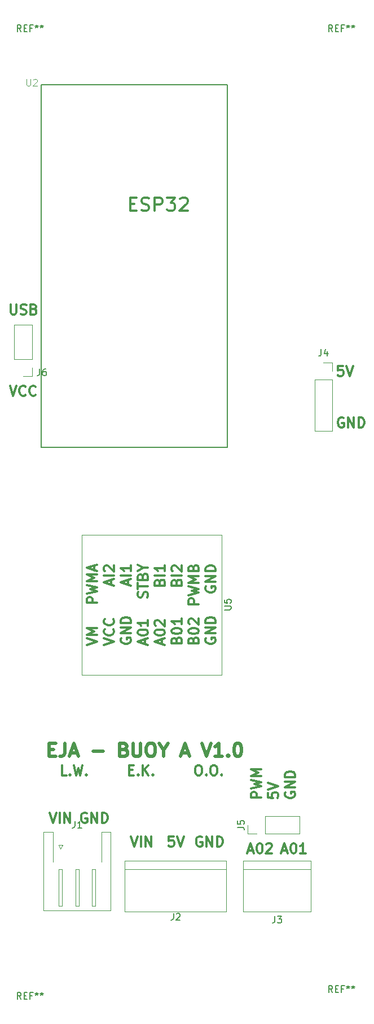
<source format=gto>
G04 #@! TF.GenerationSoftware,KiCad,Pcbnew,5.1.6-c6e7f7d~87~ubuntu20.04.1*
G04 #@! TF.CreationDate,2020-08-06T14:16:39-04:00*
G04 #@! TF.ProjectId,Buoy_WithGSM,42756f79-5f57-4697-9468-47534d2e6b69,Leonardo Ward*
G04 #@! TF.SameCoordinates,Original*
G04 #@! TF.FileFunction,Legend,Top*
G04 #@! TF.FilePolarity,Positive*
%FSLAX46Y46*%
G04 Gerber Fmt 4.6, Leading zero omitted, Abs format (unit mm)*
G04 Created by KiCad (PCBNEW 5.1.6-c6e7f7d~87~ubuntu20.04.1) date 2020-08-06 14:16:39*
%MOMM*%
%LPD*%
G01*
G04 APERTURE LIST*
%ADD10C,0.300000*%
%ADD11C,0.500000*%
%ADD12C,0.127000*%
%ADD13C,0.120000*%
%ADD14C,0.150000*%
%ADD15C,0.015000*%
G04 APERTURE END LIST*
D10*
X154882885Y-83354171D02*
X154168600Y-83354171D01*
X154097171Y-84068457D01*
X154168600Y-83997028D01*
X154311457Y-83925600D01*
X154668600Y-83925600D01*
X154811457Y-83997028D01*
X154882885Y-84068457D01*
X154954314Y-84211314D01*
X154954314Y-84568457D01*
X154882885Y-84711314D01*
X154811457Y-84782742D01*
X154668600Y-84854171D01*
X154311457Y-84854171D01*
X154168600Y-84782742D01*
X154097171Y-84711314D01*
X155382885Y-83354171D02*
X155882885Y-84854171D01*
X156382885Y-83354171D01*
X154965542Y-91147200D02*
X154822685Y-91075771D01*
X154608400Y-91075771D01*
X154394114Y-91147200D01*
X154251257Y-91290057D01*
X154179828Y-91432914D01*
X154108400Y-91718628D01*
X154108400Y-91932914D01*
X154179828Y-92218628D01*
X154251257Y-92361485D01*
X154394114Y-92504342D01*
X154608400Y-92575771D01*
X154751257Y-92575771D01*
X154965542Y-92504342D01*
X155036971Y-92432914D01*
X155036971Y-91932914D01*
X154751257Y-91932914D01*
X155679828Y-92575771D02*
X155679828Y-91075771D01*
X156536971Y-92575771D01*
X156536971Y-91075771D01*
X157251257Y-92575771D02*
X157251257Y-91075771D01*
X157608400Y-91075771D01*
X157822685Y-91147200D01*
X157965542Y-91290057D01*
X158036971Y-91432914D01*
X158108400Y-91718628D01*
X158108400Y-91932914D01*
X158036971Y-92218628D01*
X157965542Y-92361485D01*
X157822685Y-92504342D01*
X157608400Y-92575771D01*
X157251257Y-92575771D01*
X113438600Y-144721971D02*
X112724314Y-144721971D01*
X112724314Y-143221971D01*
X113938600Y-144579114D02*
X114010028Y-144650542D01*
X113938600Y-144721971D01*
X113867171Y-144650542D01*
X113938600Y-144579114D01*
X113938600Y-144721971D01*
X114510028Y-143221971D02*
X114867171Y-144721971D01*
X115152885Y-143650542D01*
X115438600Y-144721971D01*
X115795742Y-143221971D01*
X116367171Y-144579114D02*
X116438600Y-144650542D01*
X116367171Y-144721971D01*
X116295742Y-144650542D01*
X116367171Y-144579114D01*
X116367171Y-144721971D01*
X122795742Y-143936257D02*
X123295742Y-143936257D01*
X123510028Y-144721971D02*
X122795742Y-144721971D01*
X122795742Y-143221971D01*
X123510028Y-143221971D01*
X124152885Y-144579114D02*
X124224314Y-144650542D01*
X124152885Y-144721971D01*
X124081457Y-144650542D01*
X124152885Y-144579114D01*
X124152885Y-144721971D01*
X124867171Y-144721971D02*
X124867171Y-143221971D01*
X125724314Y-144721971D02*
X125081457Y-143864828D01*
X125724314Y-143221971D02*
X124867171Y-144079114D01*
X126367171Y-144579114D02*
X126438600Y-144650542D01*
X126367171Y-144721971D01*
X126295742Y-144650542D01*
X126367171Y-144579114D01*
X126367171Y-144721971D01*
X133081457Y-143221971D02*
X133367171Y-143221971D01*
X133510028Y-143293400D01*
X133652885Y-143436257D01*
X133724314Y-143721971D01*
X133724314Y-144221971D01*
X133652885Y-144507685D01*
X133510028Y-144650542D01*
X133367171Y-144721971D01*
X133081457Y-144721971D01*
X132938600Y-144650542D01*
X132795742Y-144507685D01*
X132724314Y-144221971D01*
X132724314Y-143721971D01*
X132795742Y-143436257D01*
X132938600Y-143293400D01*
X133081457Y-143221971D01*
X134367171Y-144579114D02*
X134438600Y-144650542D01*
X134367171Y-144721971D01*
X134295742Y-144650542D01*
X134367171Y-144579114D01*
X134367171Y-144721971D01*
X135367171Y-143221971D02*
X135652885Y-143221971D01*
X135795742Y-143293400D01*
X135938600Y-143436257D01*
X136010028Y-143721971D01*
X136010028Y-144221971D01*
X135938600Y-144507685D01*
X135795742Y-144650542D01*
X135652885Y-144721971D01*
X135367171Y-144721971D01*
X135224314Y-144650542D01*
X135081457Y-144507685D01*
X135010028Y-144221971D01*
X135010028Y-143721971D01*
X135081457Y-143436257D01*
X135224314Y-143293400D01*
X135367171Y-143221971D01*
X136652885Y-144579114D02*
X136724314Y-144650542D01*
X136652885Y-144721971D01*
X136581457Y-144650542D01*
X136652885Y-144579114D01*
X136652885Y-144721971D01*
D11*
X110815647Y-140852542D02*
X111482314Y-140852542D01*
X111768028Y-141900161D02*
X110815647Y-141900161D01*
X110815647Y-139900161D01*
X111768028Y-139900161D01*
X113196599Y-139900161D02*
X113196599Y-141328733D01*
X113101361Y-141614447D01*
X112910885Y-141804923D01*
X112625171Y-141900161D01*
X112434695Y-141900161D01*
X114053742Y-141328733D02*
X115006123Y-141328733D01*
X113863266Y-141900161D02*
X114529933Y-139900161D01*
X115196599Y-141900161D01*
X117387076Y-141138257D02*
X118910885Y-141138257D01*
X122053742Y-140852542D02*
X122339457Y-140947780D01*
X122434695Y-141043019D01*
X122529933Y-141233495D01*
X122529933Y-141519209D01*
X122434695Y-141709685D01*
X122339457Y-141804923D01*
X122148980Y-141900161D01*
X121387076Y-141900161D01*
X121387076Y-139900161D01*
X122053742Y-139900161D01*
X122244219Y-139995400D01*
X122339457Y-140090638D01*
X122434695Y-140281114D01*
X122434695Y-140471590D01*
X122339457Y-140662066D01*
X122244219Y-140757304D01*
X122053742Y-140852542D01*
X121387076Y-140852542D01*
X123387076Y-139900161D02*
X123387076Y-141519209D01*
X123482314Y-141709685D01*
X123577552Y-141804923D01*
X123768028Y-141900161D01*
X124148980Y-141900161D01*
X124339457Y-141804923D01*
X124434695Y-141709685D01*
X124529933Y-141519209D01*
X124529933Y-139900161D01*
X125863266Y-139900161D02*
X126244219Y-139900161D01*
X126434695Y-139995400D01*
X126625171Y-140185876D01*
X126720409Y-140566828D01*
X126720409Y-141233495D01*
X126625171Y-141614447D01*
X126434695Y-141804923D01*
X126244219Y-141900161D01*
X125863266Y-141900161D01*
X125672790Y-141804923D01*
X125482314Y-141614447D01*
X125387076Y-141233495D01*
X125387076Y-140566828D01*
X125482314Y-140185876D01*
X125672790Y-139995400D01*
X125863266Y-139900161D01*
X127958504Y-140947780D02*
X127958504Y-141900161D01*
X127291838Y-139900161D02*
X127958504Y-140947780D01*
X128625171Y-139900161D01*
X130720409Y-141328733D02*
X131672790Y-141328733D01*
X130529933Y-141900161D02*
X131196599Y-139900161D01*
X131863266Y-141900161D01*
X133768028Y-139900161D02*
X134434695Y-141900161D01*
X135101361Y-139900161D01*
X136815647Y-141900161D02*
X135672790Y-141900161D01*
X136244219Y-141900161D02*
X136244219Y-139900161D01*
X136053742Y-140185876D01*
X135863266Y-140376352D01*
X135672790Y-140471590D01*
X137672790Y-141709685D02*
X137768028Y-141804923D01*
X137672790Y-141900161D01*
X137577552Y-141804923D01*
X137672790Y-141709685D01*
X137672790Y-141900161D01*
X139006123Y-139900161D02*
X139196599Y-139900161D01*
X139387076Y-139995400D01*
X139482314Y-140090638D01*
X139577552Y-140281114D01*
X139672790Y-140662066D01*
X139672790Y-141138257D01*
X139577552Y-141519209D01*
X139482314Y-141709685D01*
X139387076Y-141804923D01*
X139196599Y-141900161D01*
X139006123Y-141900161D01*
X138815647Y-141804923D01*
X138720409Y-141709685D01*
X138625171Y-141519209D01*
X138529933Y-141138257D01*
X138529933Y-140662066D01*
X138625171Y-140281114D01*
X138720409Y-140090638D01*
X138815647Y-139995400D01*
X139006123Y-139900161D01*
D10*
X146290600Y-147277542D02*
X146219171Y-147420400D01*
X146219171Y-147634685D01*
X146290600Y-147848971D01*
X146433457Y-147991828D01*
X146576314Y-148063257D01*
X146862028Y-148134685D01*
X147076314Y-148134685D01*
X147362028Y-148063257D01*
X147504885Y-147991828D01*
X147647742Y-147848971D01*
X147719171Y-147634685D01*
X147719171Y-147491828D01*
X147647742Y-147277542D01*
X147576314Y-147206114D01*
X147076314Y-147206114D01*
X147076314Y-147491828D01*
X147719171Y-146563257D02*
X146219171Y-146563257D01*
X147719171Y-145706114D01*
X146219171Y-145706114D01*
X147719171Y-144991828D02*
X146219171Y-144991828D01*
X146219171Y-144634685D01*
X146290600Y-144420400D01*
X146433457Y-144277542D01*
X146576314Y-144206114D01*
X146862028Y-144134685D01*
X147076314Y-144134685D01*
X147362028Y-144206114D01*
X147504885Y-144277542D01*
X147647742Y-144420400D01*
X147719171Y-144634685D01*
X147719171Y-144991828D01*
X143679171Y-147348971D02*
X143679171Y-148063257D01*
X144393457Y-148134685D01*
X144322028Y-148063257D01*
X144250600Y-147920400D01*
X144250600Y-147563257D01*
X144322028Y-147420400D01*
X144393457Y-147348971D01*
X144536314Y-147277542D01*
X144893457Y-147277542D01*
X145036314Y-147348971D01*
X145107742Y-147420400D01*
X145179171Y-147563257D01*
X145179171Y-147920400D01*
X145107742Y-148063257D01*
X145036314Y-148134685D01*
X143679171Y-146848971D02*
X145179171Y-146348971D01*
X143679171Y-145848971D01*
X142639171Y-148063257D02*
X141139171Y-148063257D01*
X141139171Y-147491828D01*
X141210600Y-147348971D01*
X141282028Y-147277542D01*
X141424885Y-147206114D01*
X141639171Y-147206114D01*
X141782028Y-147277542D01*
X141853457Y-147348971D01*
X141924885Y-147491828D01*
X141924885Y-148063257D01*
X141139171Y-146706114D02*
X142639171Y-146348971D01*
X141567742Y-146063257D01*
X142639171Y-145777542D01*
X141139171Y-145420400D01*
X142639171Y-144848971D02*
X141139171Y-144848971D01*
X142210600Y-144348971D01*
X141139171Y-143848971D01*
X142639171Y-143848971D01*
X140682885Y-155977400D02*
X141397171Y-155977400D01*
X140540028Y-156405971D02*
X141040028Y-154905971D01*
X141540028Y-156405971D01*
X142325742Y-154905971D02*
X142468600Y-154905971D01*
X142611457Y-154977400D01*
X142682885Y-155048828D01*
X142754314Y-155191685D01*
X142825742Y-155477400D01*
X142825742Y-155834542D01*
X142754314Y-156120257D01*
X142682885Y-156263114D01*
X142611457Y-156334542D01*
X142468600Y-156405971D01*
X142325742Y-156405971D01*
X142182885Y-156334542D01*
X142111457Y-156263114D01*
X142040028Y-156120257D01*
X141968600Y-155834542D01*
X141968600Y-155477400D01*
X142040028Y-155191685D01*
X142111457Y-155048828D01*
X142182885Y-154977400D01*
X142325742Y-154905971D01*
X143397171Y-155048828D02*
X143468600Y-154977400D01*
X143611457Y-154905971D01*
X143968600Y-154905971D01*
X144111457Y-154977400D01*
X144182885Y-155048828D01*
X144254314Y-155191685D01*
X144254314Y-155334542D01*
X144182885Y-155548828D01*
X143325742Y-156405971D01*
X144254314Y-156405971D01*
X145762885Y-155977400D02*
X146477171Y-155977400D01*
X145620028Y-156405971D02*
X146120028Y-154905971D01*
X146620028Y-156405971D01*
X147405742Y-154905971D02*
X147548600Y-154905971D01*
X147691457Y-154977400D01*
X147762885Y-155048828D01*
X147834314Y-155191685D01*
X147905742Y-155477400D01*
X147905742Y-155834542D01*
X147834314Y-156120257D01*
X147762885Y-156263114D01*
X147691457Y-156334542D01*
X147548600Y-156405971D01*
X147405742Y-156405971D01*
X147262885Y-156334542D01*
X147191457Y-156263114D01*
X147120028Y-156120257D01*
X147048600Y-155834542D01*
X147048600Y-155477400D01*
X147120028Y-155191685D01*
X147191457Y-155048828D01*
X147262885Y-154977400D01*
X147405742Y-154905971D01*
X149334314Y-156405971D02*
X148477171Y-156405971D01*
X148905742Y-156405971D02*
X148905742Y-154905971D01*
X148762885Y-155120257D01*
X148620028Y-155263114D01*
X148477171Y-155334542D01*
X129482885Y-153889971D02*
X128768600Y-153889971D01*
X128697171Y-154604257D01*
X128768600Y-154532828D01*
X128911457Y-154461400D01*
X129268600Y-154461400D01*
X129411457Y-154532828D01*
X129482885Y-154604257D01*
X129554314Y-154747114D01*
X129554314Y-155104257D01*
X129482885Y-155247114D01*
X129411457Y-155318542D01*
X129268600Y-155389971D01*
X128911457Y-155389971D01*
X128768600Y-155318542D01*
X128697171Y-155247114D01*
X129982885Y-153889971D02*
X130482885Y-155389971D01*
X130982885Y-153889971D01*
X116433742Y-150405400D02*
X116290885Y-150333971D01*
X116076600Y-150333971D01*
X115862314Y-150405400D01*
X115719457Y-150548257D01*
X115648028Y-150691114D01*
X115576600Y-150976828D01*
X115576600Y-151191114D01*
X115648028Y-151476828D01*
X115719457Y-151619685D01*
X115862314Y-151762542D01*
X116076600Y-151833971D01*
X116219457Y-151833971D01*
X116433742Y-151762542D01*
X116505171Y-151691114D01*
X116505171Y-151191114D01*
X116219457Y-151191114D01*
X117148028Y-151833971D02*
X117148028Y-150333971D01*
X118005171Y-151833971D01*
X118005171Y-150333971D01*
X118719457Y-151833971D02*
X118719457Y-150333971D01*
X119076600Y-150333971D01*
X119290885Y-150405400D01*
X119433742Y-150548257D01*
X119505171Y-150691114D01*
X119576600Y-150976828D01*
X119576600Y-151191114D01*
X119505171Y-151476828D01*
X119433742Y-151619685D01*
X119290885Y-151762542D01*
X119076600Y-151833971D01*
X118719457Y-151833971D01*
X105015742Y-74133971D02*
X105015742Y-75348257D01*
X105087171Y-75491114D01*
X105158600Y-75562542D01*
X105301457Y-75633971D01*
X105587171Y-75633971D01*
X105730028Y-75562542D01*
X105801457Y-75491114D01*
X105872885Y-75348257D01*
X105872885Y-74133971D01*
X106515742Y-75562542D02*
X106730028Y-75633971D01*
X107087171Y-75633971D01*
X107230028Y-75562542D01*
X107301457Y-75491114D01*
X107372885Y-75348257D01*
X107372885Y-75205400D01*
X107301457Y-75062542D01*
X107230028Y-74991114D01*
X107087171Y-74919685D01*
X106801457Y-74848257D01*
X106658600Y-74776828D01*
X106587171Y-74705400D01*
X106515742Y-74562542D01*
X106515742Y-74419685D01*
X106587171Y-74276828D01*
X106658600Y-74205400D01*
X106801457Y-74133971D01*
X107158600Y-74133971D01*
X107372885Y-74205400D01*
X108515742Y-74848257D02*
X108730028Y-74919685D01*
X108801457Y-74991114D01*
X108872885Y-75133971D01*
X108872885Y-75348257D01*
X108801457Y-75491114D01*
X108730028Y-75562542D01*
X108587171Y-75633971D01*
X108015742Y-75633971D01*
X108015742Y-74133971D01*
X108515742Y-74133971D01*
X108658600Y-74205400D01*
X108730028Y-74276828D01*
X108801457Y-74419685D01*
X108801457Y-74562542D01*
X108730028Y-74705400D01*
X108658600Y-74776828D01*
X108515742Y-74848257D01*
X108015742Y-74848257D01*
X104908600Y-86325971D02*
X105408600Y-87825971D01*
X105908600Y-86325971D01*
X107265742Y-87683114D02*
X107194314Y-87754542D01*
X106980028Y-87825971D01*
X106837171Y-87825971D01*
X106622885Y-87754542D01*
X106480028Y-87611685D01*
X106408600Y-87468828D01*
X106337171Y-87183114D01*
X106337171Y-86968828D01*
X106408600Y-86683114D01*
X106480028Y-86540257D01*
X106622885Y-86397400D01*
X106837171Y-86325971D01*
X106980028Y-86325971D01*
X107194314Y-86397400D01*
X107265742Y-86468828D01*
X108765742Y-87683114D02*
X108694314Y-87754542D01*
X108480028Y-87825971D01*
X108337171Y-87825971D01*
X108122885Y-87754542D01*
X107980028Y-87611685D01*
X107908600Y-87468828D01*
X107837171Y-87183114D01*
X107837171Y-86968828D01*
X107908600Y-86683114D01*
X107980028Y-86540257D01*
X108122885Y-86397400D01*
X108337171Y-86325971D01*
X108480028Y-86325971D01*
X108694314Y-86397400D01*
X108765742Y-86468828D01*
X133705742Y-153961400D02*
X133562885Y-153889971D01*
X133348600Y-153889971D01*
X133134314Y-153961400D01*
X132991457Y-154104257D01*
X132920028Y-154247114D01*
X132848600Y-154532828D01*
X132848600Y-154747114D01*
X132920028Y-155032828D01*
X132991457Y-155175685D01*
X133134314Y-155318542D01*
X133348600Y-155389971D01*
X133491457Y-155389971D01*
X133705742Y-155318542D01*
X133777171Y-155247114D01*
X133777171Y-154747114D01*
X133491457Y-154747114D01*
X134420028Y-155389971D02*
X134420028Y-153889971D01*
X135277171Y-155389971D01*
X135277171Y-153889971D01*
X135991457Y-155389971D02*
X135991457Y-153889971D01*
X136348600Y-153889971D01*
X136562885Y-153961400D01*
X136705742Y-154104257D01*
X136777171Y-154247114D01*
X136848600Y-154532828D01*
X136848600Y-154747114D01*
X136777171Y-155032828D01*
X136705742Y-155175685D01*
X136562885Y-155318542D01*
X136348600Y-155389971D01*
X135991457Y-155389971D01*
X123045742Y-153889971D02*
X123545742Y-155389971D01*
X124045742Y-153889971D01*
X124545742Y-155389971D02*
X124545742Y-153889971D01*
X125260028Y-155389971D02*
X125260028Y-153889971D01*
X126117171Y-155389971D01*
X126117171Y-153889971D01*
X110853742Y-150333971D02*
X111353742Y-151833971D01*
X111853742Y-150333971D01*
X112353742Y-151833971D02*
X112353742Y-150333971D01*
X113068028Y-151833971D02*
X113068028Y-150333971D01*
X113925171Y-151833971D01*
X113925171Y-150333971D01*
X122942885Y-59064542D02*
X123609552Y-59064542D01*
X123895266Y-60112161D02*
X122942885Y-60112161D01*
X122942885Y-58112161D01*
X123895266Y-58112161D01*
X124657171Y-60016923D02*
X124942885Y-60112161D01*
X125419076Y-60112161D01*
X125609552Y-60016923D01*
X125704790Y-59921685D01*
X125800028Y-59731209D01*
X125800028Y-59540733D01*
X125704790Y-59350257D01*
X125609552Y-59255019D01*
X125419076Y-59159780D01*
X125038123Y-59064542D01*
X124847647Y-58969304D01*
X124752409Y-58874066D01*
X124657171Y-58683590D01*
X124657171Y-58493114D01*
X124752409Y-58302638D01*
X124847647Y-58207400D01*
X125038123Y-58112161D01*
X125514314Y-58112161D01*
X125800028Y-58207400D01*
X126657171Y-60112161D02*
X126657171Y-58112161D01*
X127419076Y-58112161D01*
X127609552Y-58207400D01*
X127704790Y-58302638D01*
X127800028Y-58493114D01*
X127800028Y-58778828D01*
X127704790Y-58969304D01*
X127609552Y-59064542D01*
X127419076Y-59159780D01*
X126657171Y-59159780D01*
X128466695Y-58112161D02*
X129704790Y-58112161D01*
X129038123Y-58874066D01*
X129323838Y-58874066D01*
X129514314Y-58969304D01*
X129609552Y-59064542D01*
X129704790Y-59255019D01*
X129704790Y-59731209D01*
X129609552Y-59921685D01*
X129514314Y-60016923D01*
X129323838Y-60112161D01*
X128752409Y-60112161D01*
X128561933Y-60016923D01*
X128466695Y-59921685D01*
X130466695Y-58302638D02*
X130561933Y-58207400D01*
X130752409Y-58112161D01*
X131228600Y-58112161D01*
X131419076Y-58207400D01*
X131514314Y-58302638D01*
X131609552Y-58493114D01*
X131609552Y-58683590D01*
X131514314Y-58969304D01*
X130371457Y-60112161D01*
X131609552Y-60112161D01*
D12*
X137516601Y-95594401D02*
X109616601Y-95594401D01*
X137516601Y-41194401D02*
X137516601Y-95594401D01*
X109616601Y-41194401D02*
X137516601Y-41194401D01*
X109616601Y-95594401D02*
X109616601Y-41194401D01*
D13*
X114996600Y-164961400D02*
X109936600Y-164961400D01*
X109936600Y-164961400D02*
X109936600Y-153241400D01*
X109936600Y-153241400D02*
X111356600Y-153241400D01*
X111356600Y-153241400D02*
X111356600Y-157741400D01*
X114996600Y-164961400D02*
X120056600Y-164961400D01*
X120056600Y-164961400D02*
X120056600Y-153241400D01*
X120056600Y-153241400D02*
X118636600Y-153241400D01*
X118636600Y-153241400D02*
X118636600Y-157741400D01*
X112246600Y-158851400D02*
X112246600Y-164351400D01*
X112246600Y-164351400D02*
X112746600Y-164351400D01*
X112746600Y-164351400D02*
X112746600Y-158851400D01*
X112746600Y-158851400D02*
X112246600Y-158851400D01*
X114746600Y-158851400D02*
X114746600Y-164351400D01*
X114746600Y-164351400D02*
X115246600Y-164351400D01*
X115246600Y-164351400D02*
X115246600Y-158851400D01*
X115246600Y-158851400D02*
X114746600Y-158851400D01*
X117246600Y-158851400D02*
X117246600Y-164351400D01*
X117246600Y-164351400D02*
X117746600Y-164351400D01*
X117746600Y-164351400D02*
X117746600Y-158851400D01*
X117746600Y-158851400D02*
X117246600Y-158851400D01*
X112496600Y-155751400D02*
X112196600Y-155151400D01*
X112196600Y-155151400D02*
X112796600Y-155151400D01*
X112796600Y-155151400D02*
X112496600Y-155751400D01*
X137388600Y-157505400D02*
X137388600Y-165125400D01*
X122148600Y-157505400D02*
X122148600Y-165125400D01*
X137388600Y-158775400D02*
X122148600Y-158775400D01*
X137388600Y-165125400D02*
X122148600Y-165125400D01*
X137388600Y-157505400D02*
X122148600Y-157505400D01*
X139928600Y-158775400D02*
X150088600Y-158775400D01*
X139928600Y-157505400D02*
X139928600Y-165125400D01*
X139928600Y-165125400D02*
X150088600Y-165125400D01*
X150088600Y-165125400D02*
X150088600Y-157505400D01*
X150088600Y-157505400D02*
X139928600Y-157505400D01*
X115712600Y-129651400D02*
X136712600Y-129651400D01*
X136712600Y-129651400D02*
X136712600Y-108651400D01*
X136712600Y-108651400D02*
X115712600Y-108651400D01*
X115712600Y-108651400D02*
X115712600Y-129651400D01*
X148370600Y-153501400D02*
X148370600Y-150841400D01*
X143230600Y-153501400D02*
X148370600Y-153501400D01*
X143230600Y-150841400D02*
X148370600Y-150841400D01*
X143230600Y-153501400D02*
X143230600Y-150841400D01*
X141960600Y-153501400D02*
X140630600Y-153501400D01*
X140630600Y-153501400D02*
X140630600Y-152171400D01*
X108238600Y-84921400D02*
X106908600Y-84921400D01*
X108238600Y-83591400D02*
X108238600Y-84921400D01*
X108238600Y-82321400D02*
X105578600Y-82321400D01*
X105578600Y-82321400D02*
X105578600Y-77181400D01*
X108238600Y-82321400D02*
X108238600Y-77181400D01*
X108238600Y-77181400D02*
X105578600Y-77181400D01*
X150638200Y-85445600D02*
X153298200Y-85445600D01*
X150638200Y-85445600D02*
X150638200Y-93125600D01*
X150638200Y-93125600D02*
X153298200Y-93125600D01*
X153298200Y-85445600D02*
X153298200Y-93125600D01*
X153298200Y-82845600D02*
X153298200Y-84175600D01*
X151968200Y-82845600D02*
X153298200Y-82845600D01*
D14*
X106591266Y-33243780D02*
X106257933Y-32767590D01*
X106019838Y-33243780D02*
X106019838Y-32243780D01*
X106400790Y-32243780D01*
X106496028Y-32291400D01*
X106543647Y-32339019D01*
X106591266Y-32434257D01*
X106591266Y-32577114D01*
X106543647Y-32672352D01*
X106496028Y-32719971D01*
X106400790Y-32767590D01*
X106019838Y-32767590D01*
X107019838Y-32719971D02*
X107353171Y-32719971D01*
X107496028Y-33243780D02*
X107019838Y-33243780D01*
X107019838Y-32243780D01*
X107496028Y-32243780D01*
X108257933Y-32719971D02*
X107924600Y-32719971D01*
X107924600Y-33243780D02*
X107924600Y-32243780D01*
X108400790Y-32243780D01*
X108924600Y-32243780D02*
X108924600Y-32481876D01*
X108686504Y-32386638D02*
X108924600Y-32481876D01*
X109162695Y-32386638D01*
X108781742Y-32672352D02*
X108924600Y-32481876D01*
X109067457Y-32672352D01*
X109686504Y-32243780D02*
X109686504Y-32481876D01*
X109448409Y-32386638D02*
X109686504Y-32481876D01*
X109924600Y-32386638D01*
X109543647Y-32672352D02*
X109686504Y-32481876D01*
X109829361Y-32672352D01*
X153327266Y-33243780D02*
X152993933Y-32767590D01*
X152755838Y-33243780D02*
X152755838Y-32243780D01*
X153136790Y-32243780D01*
X153232028Y-32291400D01*
X153279647Y-32339019D01*
X153327266Y-32434257D01*
X153327266Y-32577114D01*
X153279647Y-32672352D01*
X153232028Y-32719971D01*
X153136790Y-32767590D01*
X152755838Y-32767590D01*
X153755838Y-32719971D02*
X154089171Y-32719971D01*
X154232028Y-33243780D02*
X153755838Y-33243780D01*
X153755838Y-32243780D01*
X154232028Y-32243780D01*
X154993933Y-32719971D02*
X154660600Y-32719971D01*
X154660600Y-33243780D02*
X154660600Y-32243780D01*
X155136790Y-32243780D01*
X155660600Y-32243780D02*
X155660600Y-32481876D01*
X155422504Y-32386638D02*
X155660600Y-32481876D01*
X155898695Y-32386638D01*
X155517742Y-32672352D02*
X155660600Y-32481876D01*
X155803457Y-32672352D01*
X156422504Y-32243780D02*
X156422504Y-32481876D01*
X156184409Y-32386638D02*
X156422504Y-32481876D01*
X156660600Y-32386638D01*
X156279647Y-32672352D02*
X156422504Y-32481876D01*
X156565361Y-32672352D01*
X153327266Y-177261780D02*
X152993933Y-176785590D01*
X152755838Y-177261780D02*
X152755838Y-176261780D01*
X153136790Y-176261780D01*
X153232028Y-176309400D01*
X153279647Y-176357019D01*
X153327266Y-176452257D01*
X153327266Y-176595114D01*
X153279647Y-176690352D01*
X153232028Y-176737971D01*
X153136790Y-176785590D01*
X152755838Y-176785590D01*
X153755838Y-176737971D02*
X154089171Y-176737971D01*
X154232028Y-177261780D02*
X153755838Y-177261780D01*
X153755838Y-176261780D01*
X154232028Y-176261780D01*
X154993933Y-176737971D02*
X154660600Y-176737971D01*
X154660600Y-177261780D02*
X154660600Y-176261780D01*
X155136790Y-176261780D01*
X155660600Y-176261780D02*
X155660600Y-176499876D01*
X155422504Y-176404638D02*
X155660600Y-176499876D01*
X155898695Y-176404638D01*
X155517742Y-176690352D02*
X155660600Y-176499876D01*
X155803457Y-176690352D01*
X156422504Y-176261780D02*
X156422504Y-176499876D01*
X156184409Y-176404638D02*
X156422504Y-176499876D01*
X156660600Y-176404638D01*
X156279647Y-176690352D02*
X156422504Y-176499876D01*
X156565361Y-176690352D01*
X106591266Y-178277780D02*
X106257933Y-177801590D01*
X106019838Y-178277780D02*
X106019838Y-177277780D01*
X106400790Y-177277780D01*
X106496028Y-177325400D01*
X106543647Y-177373019D01*
X106591266Y-177468257D01*
X106591266Y-177611114D01*
X106543647Y-177706352D01*
X106496028Y-177753971D01*
X106400790Y-177801590D01*
X106019838Y-177801590D01*
X107019838Y-177753971D02*
X107353171Y-177753971D01*
X107496028Y-178277780D02*
X107019838Y-178277780D01*
X107019838Y-177277780D01*
X107496028Y-177277780D01*
X108257933Y-177753971D02*
X107924600Y-177753971D01*
X107924600Y-178277780D02*
X107924600Y-177277780D01*
X108400790Y-177277780D01*
X108924600Y-177277780D02*
X108924600Y-177515876D01*
X108686504Y-177420638D02*
X108924600Y-177515876D01*
X109162695Y-177420638D01*
X108781742Y-177706352D02*
X108924600Y-177515876D01*
X109067457Y-177706352D01*
X109686504Y-177277780D02*
X109686504Y-177515876D01*
X109448409Y-177420638D02*
X109686504Y-177515876D01*
X109924600Y-177420638D01*
X109543647Y-177706352D02*
X109686504Y-177515876D01*
X109829361Y-177706352D01*
D15*
X107416401Y-40371569D02*
X107416401Y-41181405D01*
X107464038Y-41276680D01*
X107511676Y-41324318D01*
X107606950Y-41371955D01*
X107797500Y-41371955D01*
X107892775Y-41324318D01*
X107940412Y-41276680D01*
X107988050Y-41181405D01*
X107988050Y-40371569D01*
X108416787Y-40466844D02*
X108464424Y-40419207D01*
X108559699Y-40371569D01*
X108797886Y-40371569D01*
X108893161Y-40419207D01*
X108940798Y-40466844D01*
X108988436Y-40562119D01*
X108988436Y-40657394D01*
X108940798Y-40800306D01*
X108369149Y-41371955D01*
X108988436Y-41371955D01*
D14*
X114663266Y-151603780D02*
X114663266Y-152318066D01*
X114615647Y-152460923D01*
X114520409Y-152556161D01*
X114377552Y-152603780D01*
X114282314Y-152603780D01*
X115663266Y-152603780D02*
X115091838Y-152603780D01*
X115377552Y-152603780D02*
X115377552Y-151603780D01*
X115282314Y-151746638D01*
X115187076Y-151841876D01*
X115091838Y-151889495D01*
X129465266Y-165417780D02*
X129465266Y-166132066D01*
X129417647Y-166274923D01*
X129322409Y-166370161D01*
X129179552Y-166417780D01*
X129084314Y-166417780D01*
X129893838Y-165513019D02*
X129941457Y-165465400D01*
X130036695Y-165417780D01*
X130274790Y-165417780D01*
X130370028Y-165465400D01*
X130417647Y-165513019D01*
X130465266Y-165608257D01*
X130465266Y-165703495D01*
X130417647Y-165846352D01*
X129846219Y-166417780D01*
X130465266Y-166417780D01*
X144675266Y-165847780D02*
X144675266Y-166562066D01*
X144627647Y-166704923D01*
X144532409Y-166800161D01*
X144389552Y-166847780D01*
X144294314Y-166847780D01*
X145056219Y-165847780D02*
X145675266Y-165847780D01*
X145341933Y-166228733D01*
X145484790Y-166228733D01*
X145580028Y-166276352D01*
X145627647Y-166323971D01*
X145675266Y-166419209D01*
X145675266Y-166657304D01*
X145627647Y-166752542D01*
X145580028Y-166800161D01*
X145484790Y-166847780D01*
X145199076Y-166847780D01*
X145103838Y-166800161D01*
X145056219Y-166752542D01*
X137094980Y-119913304D02*
X137904504Y-119913304D01*
X137999742Y-119865685D01*
X138047361Y-119818066D01*
X138094980Y-119722828D01*
X138094980Y-119532352D01*
X138047361Y-119437114D01*
X137999742Y-119389495D01*
X137904504Y-119341876D01*
X137094980Y-119341876D01*
X137094980Y-118389495D02*
X137094980Y-118865685D01*
X137571171Y-118913304D01*
X137523552Y-118865685D01*
X137475933Y-118770447D01*
X137475933Y-118532352D01*
X137523552Y-118437114D01*
X137571171Y-118389495D01*
X137666409Y-118341876D01*
X137904504Y-118341876D01*
X137999742Y-118389495D01*
X138047361Y-118437114D01*
X138094980Y-118532352D01*
X138094980Y-118770447D01*
X138047361Y-118865685D01*
X137999742Y-118913304D01*
D10*
X116501171Y-125163542D02*
X118001171Y-124663542D01*
X116501171Y-124163542D01*
X118001171Y-123663542D02*
X116501171Y-123663542D01*
X117572600Y-123163542D01*
X116501171Y-122663542D01*
X118001171Y-122663542D01*
X119041171Y-125163542D02*
X120541171Y-124663542D01*
X119041171Y-124163542D01*
X120398314Y-122806400D02*
X120469742Y-122877828D01*
X120541171Y-123092114D01*
X120541171Y-123234971D01*
X120469742Y-123449257D01*
X120326885Y-123592114D01*
X120184028Y-123663542D01*
X119898314Y-123734971D01*
X119684028Y-123734971D01*
X119398314Y-123663542D01*
X119255457Y-123592114D01*
X119112600Y-123449257D01*
X119041171Y-123234971D01*
X119041171Y-123092114D01*
X119112600Y-122877828D01*
X119184028Y-122806400D01*
X120398314Y-121306400D02*
X120469742Y-121377828D01*
X120541171Y-121592114D01*
X120541171Y-121734971D01*
X120469742Y-121949257D01*
X120326885Y-122092114D01*
X120184028Y-122163542D01*
X119898314Y-122234971D01*
X119684028Y-122234971D01*
X119398314Y-122163542D01*
X119255457Y-122092114D01*
X119112600Y-121949257D01*
X119041171Y-121734971D01*
X119041171Y-121592114D01*
X119112600Y-121377828D01*
X119184028Y-121306400D01*
X121652600Y-124163542D02*
X121581171Y-124306400D01*
X121581171Y-124520685D01*
X121652600Y-124734971D01*
X121795457Y-124877828D01*
X121938314Y-124949257D01*
X122224028Y-125020685D01*
X122438314Y-125020685D01*
X122724028Y-124949257D01*
X122866885Y-124877828D01*
X123009742Y-124734971D01*
X123081171Y-124520685D01*
X123081171Y-124377828D01*
X123009742Y-124163542D01*
X122938314Y-124092114D01*
X122438314Y-124092114D01*
X122438314Y-124377828D01*
X123081171Y-123449257D02*
X121581171Y-123449257D01*
X123081171Y-122592114D01*
X121581171Y-122592114D01*
X123081171Y-121877828D02*
X121581171Y-121877828D01*
X121581171Y-121520685D01*
X121652600Y-121306400D01*
X121795457Y-121163542D01*
X121938314Y-121092114D01*
X122224028Y-121020685D01*
X122438314Y-121020685D01*
X122724028Y-121092114D01*
X122866885Y-121163542D01*
X123009742Y-121306400D01*
X123081171Y-121520685D01*
X123081171Y-121877828D01*
X125192600Y-125020685D02*
X125192600Y-124306400D01*
X125621171Y-125163542D02*
X124121171Y-124663542D01*
X125621171Y-124163542D01*
X124121171Y-123377828D02*
X124121171Y-123234971D01*
X124192600Y-123092114D01*
X124264028Y-123020685D01*
X124406885Y-122949257D01*
X124692600Y-122877828D01*
X125049742Y-122877828D01*
X125335457Y-122949257D01*
X125478314Y-123020685D01*
X125549742Y-123092114D01*
X125621171Y-123234971D01*
X125621171Y-123377828D01*
X125549742Y-123520685D01*
X125478314Y-123592114D01*
X125335457Y-123663542D01*
X125049742Y-123734971D01*
X124692600Y-123734971D01*
X124406885Y-123663542D01*
X124264028Y-123592114D01*
X124192600Y-123520685D01*
X124121171Y-123377828D01*
X125621171Y-121449257D02*
X125621171Y-122306400D01*
X125621171Y-121877828D02*
X124121171Y-121877828D01*
X124335457Y-122020685D01*
X124478314Y-122163542D01*
X124549742Y-122306400D01*
X127732600Y-125020685D02*
X127732600Y-124306400D01*
X128161171Y-125163542D02*
X126661171Y-124663542D01*
X128161171Y-124163542D01*
X126661171Y-123377828D02*
X126661171Y-123234971D01*
X126732600Y-123092114D01*
X126804028Y-123020685D01*
X126946885Y-122949257D01*
X127232600Y-122877828D01*
X127589742Y-122877828D01*
X127875457Y-122949257D01*
X128018314Y-123020685D01*
X128089742Y-123092114D01*
X128161171Y-123234971D01*
X128161171Y-123377828D01*
X128089742Y-123520685D01*
X128018314Y-123592114D01*
X127875457Y-123663542D01*
X127589742Y-123734971D01*
X127232600Y-123734971D01*
X126946885Y-123663542D01*
X126804028Y-123592114D01*
X126732600Y-123520685D01*
X126661171Y-123377828D01*
X126804028Y-122306400D02*
X126732600Y-122234971D01*
X126661171Y-122092114D01*
X126661171Y-121734971D01*
X126732600Y-121592114D01*
X126804028Y-121520685D01*
X126946885Y-121449257D01*
X127089742Y-121449257D01*
X127304028Y-121520685D01*
X128161171Y-122377828D01*
X128161171Y-121449257D01*
X129915457Y-124449257D02*
X129986885Y-124234971D01*
X130058314Y-124163542D01*
X130201171Y-124092114D01*
X130415457Y-124092114D01*
X130558314Y-124163542D01*
X130629742Y-124234971D01*
X130701171Y-124377828D01*
X130701171Y-124949257D01*
X129201171Y-124949257D01*
X129201171Y-124449257D01*
X129272600Y-124306400D01*
X129344028Y-124234971D01*
X129486885Y-124163542D01*
X129629742Y-124163542D01*
X129772600Y-124234971D01*
X129844028Y-124306400D01*
X129915457Y-124449257D01*
X129915457Y-124949257D01*
X129201171Y-123163542D02*
X129201171Y-123020685D01*
X129272600Y-122877828D01*
X129344028Y-122806400D01*
X129486885Y-122734971D01*
X129772600Y-122663542D01*
X130129742Y-122663542D01*
X130415457Y-122734971D01*
X130558314Y-122806400D01*
X130629742Y-122877828D01*
X130701171Y-123020685D01*
X130701171Y-123163542D01*
X130629742Y-123306400D01*
X130558314Y-123377828D01*
X130415457Y-123449257D01*
X130129742Y-123520685D01*
X129772600Y-123520685D01*
X129486885Y-123449257D01*
X129344028Y-123377828D01*
X129272600Y-123306400D01*
X129201171Y-123163542D01*
X130701171Y-121234971D02*
X130701171Y-122092114D01*
X130701171Y-121663542D02*
X129201171Y-121663542D01*
X129415457Y-121806400D01*
X129558314Y-121949257D01*
X129629742Y-122092114D01*
X132455457Y-124449257D02*
X132526885Y-124234971D01*
X132598314Y-124163542D01*
X132741171Y-124092114D01*
X132955457Y-124092114D01*
X133098314Y-124163542D01*
X133169742Y-124234971D01*
X133241171Y-124377828D01*
X133241171Y-124949257D01*
X131741171Y-124949257D01*
X131741171Y-124449257D01*
X131812600Y-124306400D01*
X131884028Y-124234971D01*
X132026885Y-124163542D01*
X132169742Y-124163542D01*
X132312600Y-124234971D01*
X132384028Y-124306400D01*
X132455457Y-124449257D01*
X132455457Y-124949257D01*
X131741171Y-123163542D02*
X131741171Y-123020685D01*
X131812600Y-122877828D01*
X131884028Y-122806400D01*
X132026885Y-122734971D01*
X132312600Y-122663542D01*
X132669742Y-122663542D01*
X132955457Y-122734971D01*
X133098314Y-122806400D01*
X133169742Y-122877828D01*
X133241171Y-123020685D01*
X133241171Y-123163542D01*
X133169742Y-123306400D01*
X133098314Y-123377828D01*
X132955457Y-123449257D01*
X132669742Y-123520685D01*
X132312600Y-123520685D01*
X132026885Y-123449257D01*
X131884028Y-123377828D01*
X131812600Y-123306400D01*
X131741171Y-123163542D01*
X131884028Y-122092114D02*
X131812600Y-122020685D01*
X131741171Y-121877828D01*
X131741171Y-121520685D01*
X131812600Y-121377828D01*
X131884028Y-121306400D01*
X132026885Y-121234971D01*
X132169742Y-121234971D01*
X132384028Y-121306400D01*
X133241171Y-122163542D01*
X133241171Y-121234971D01*
X134352600Y-124163542D02*
X134281171Y-124306400D01*
X134281171Y-124520685D01*
X134352600Y-124734971D01*
X134495457Y-124877828D01*
X134638314Y-124949257D01*
X134924028Y-125020685D01*
X135138314Y-125020685D01*
X135424028Y-124949257D01*
X135566885Y-124877828D01*
X135709742Y-124734971D01*
X135781171Y-124520685D01*
X135781171Y-124377828D01*
X135709742Y-124163542D01*
X135638314Y-124092114D01*
X135138314Y-124092114D01*
X135138314Y-124377828D01*
X135781171Y-123449257D02*
X134281171Y-123449257D01*
X135781171Y-122592114D01*
X134281171Y-122592114D01*
X135781171Y-121877828D02*
X134281171Y-121877828D01*
X134281171Y-121520685D01*
X134352600Y-121306400D01*
X134495457Y-121163542D01*
X134638314Y-121092114D01*
X134924028Y-121020685D01*
X135138314Y-121020685D01*
X135424028Y-121092114D01*
X135566885Y-121163542D01*
X135709742Y-121306400D01*
X135781171Y-121520685D01*
X135781171Y-121877828D01*
X118001171Y-118853542D02*
X116501171Y-118853542D01*
X116501171Y-118282114D01*
X116572600Y-118139257D01*
X116644028Y-118067828D01*
X116786885Y-117996400D01*
X117001171Y-117996400D01*
X117144028Y-118067828D01*
X117215457Y-118139257D01*
X117286885Y-118282114D01*
X117286885Y-118853542D01*
X116501171Y-117496400D02*
X118001171Y-117139257D01*
X116929742Y-116853542D01*
X118001171Y-116567828D01*
X116501171Y-116210685D01*
X118001171Y-115639257D02*
X116501171Y-115639257D01*
X117572600Y-115139257D01*
X116501171Y-114639257D01*
X118001171Y-114639257D01*
X117572600Y-113996400D02*
X117572600Y-113282114D01*
X118001171Y-114139257D02*
X116501171Y-113639257D01*
X118001171Y-113139257D01*
X120112600Y-116139257D02*
X120112600Y-115424971D01*
X120541171Y-116282114D02*
X119041171Y-115782114D01*
X120541171Y-115282114D01*
X120541171Y-114782114D02*
X119041171Y-114782114D01*
X119184028Y-114139257D02*
X119112600Y-114067828D01*
X119041171Y-113924971D01*
X119041171Y-113567828D01*
X119112600Y-113424971D01*
X119184028Y-113353542D01*
X119326885Y-113282114D01*
X119469742Y-113282114D01*
X119684028Y-113353542D01*
X120541171Y-114210685D01*
X120541171Y-113282114D01*
X122652600Y-116139257D02*
X122652600Y-115424971D01*
X123081171Y-116282114D02*
X121581171Y-115782114D01*
X123081171Y-115282114D01*
X123081171Y-114782114D02*
X121581171Y-114782114D01*
X123081171Y-113282114D02*
X123081171Y-114139257D01*
X123081171Y-113710685D02*
X121581171Y-113710685D01*
X121795457Y-113853542D01*
X121938314Y-113996400D01*
X122009742Y-114139257D01*
X125549742Y-118067828D02*
X125621171Y-117853542D01*
X125621171Y-117496400D01*
X125549742Y-117353542D01*
X125478314Y-117282114D01*
X125335457Y-117210685D01*
X125192600Y-117210685D01*
X125049742Y-117282114D01*
X124978314Y-117353542D01*
X124906885Y-117496400D01*
X124835457Y-117782114D01*
X124764028Y-117924971D01*
X124692600Y-117996400D01*
X124549742Y-118067828D01*
X124406885Y-118067828D01*
X124264028Y-117996400D01*
X124192600Y-117924971D01*
X124121171Y-117782114D01*
X124121171Y-117424971D01*
X124192600Y-117210685D01*
X124121171Y-116782114D02*
X124121171Y-115924971D01*
X125621171Y-116353542D02*
X124121171Y-116353542D01*
X124835457Y-114924971D02*
X124906885Y-114710685D01*
X124978314Y-114639257D01*
X125121171Y-114567828D01*
X125335457Y-114567828D01*
X125478314Y-114639257D01*
X125549742Y-114710685D01*
X125621171Y-114853542D01*
X125621171Y-115424971D01*
X124121171Y-115424971D01*
X124121171Y-114924971D01*
X124192600Y-114782114D01*
X124264028Y-114710685D01*
X124406885Y-114639257D01*
X124549742Y-114639257D01*
X124692600Y-114710685D01*
X124764028Y-114782114D01*
X124835457Y-114924971D01*
X124835457Y-115424971D01*
X124906885Y-113639257D02*
X125621171Y-113639257D01*
X124121171Y-114139257D02*
X124906885Y-113639257D01*
X124121171Y-113139257D01*
X127375457Y-115782114D02*
X127446885Y-115567828D01*
X127518314Y-115496400D01*
X127661171Y-115424971D01*
X127875457Y-115424971D01*
X128018314Y-115496400D01*
X128089742Y-115567828D01*
X128161171Y-115710685D01*
X128161171Y-116282114D01*
X126661171Y-116282114D01*
X126661171Y-115782114D01*
X126732600Y-115639257D01*
X126804028Y-115567828D01*
X126946885Y-115496400D01*
X127089742Y-115496400D01*
X127232600Y-115567828D01*
X127304028Y-115639257D01*
X127375457Y-115782114D01*
X127375457Y-116282114D01*
X128161171Y-114782114D02*
X126661171Y-114782114D01*
X128161171Y-113282114D02*
X128161171Y-114139257D01*
X128161171Y-113710685D02*
X126661171Y-113710685D01*
X126875457Y-113853542D01*
X127018314Y-113996400D01*
X127089742Y-114139257D01*
X129915457Y-115782114D02*
X129986885Y-115567828D01*
X130058314Y-115496400D01*
X130201171Y-115424971D01*
X130415457Y-115424971D01*
X130558314Y-115496400D01*
X130629742Y-115567828D01*
X130701171Y-115710685D01*
X130701171Y-116282114D01*
X129201171Y-116282114D01*
X129201171Y-115782114D01*
X129272600Y-115639257D01*
X129344028Y-115567828D01*
X129486885Y-115496400D01*
X129629742Y-115496400D01*
X129772600Y-115567828D01*
X129844028Y-115639257D01*
X129915457Y-115782114D01*
X129915457Y-116282114D01*
X130701171Y-114782114D02*
X129201171Y-114782114D01*
X129344028Y-114139257D02*
X129272600Y-114067828D01*
X129201171Y-113924971D01*
X129201171Y-113567828D01*
X129272600Y-113424971D01*
X129344028Y-113353542D01*
X129486885Y-113282114D01*
X129629742Y-113282114D01*
X129844028Y-113353542D01*
X130701171Y-114210685D01*
X130701171Y-113282114D01*
X133241171Y-119067828D02*
X131741171Y-119067828D01*
X131741171Y-118496400D01*
X131812600Y-118353542D01*
X131884028Y-118282114D01*
X132026885Y-118210685D01*
X132241171Y-118210685D01*
X132384028Y-118282114D01*
X132455457Y-118353542D01*
X132526885Y-118496400D01*
X132526885Y-119067828D01*
X131741171Y-117710685D02*
X133241171Y-117353542D01*
X132169742Y-117067828D01*
X133241171Y-116782114D01*
X131741171Y-116424971D01*
X133241171Y-115853542D02*
X131741171Y-115853542D01*
X132812600Y-115353542D01*
X131741171Y-114853542D01*
X133241171Y-114853542D01*
X132455457Y-113639257D02*
X132526885Y-113424971D01*
X132598314Y-113353542D01*
X132741171Y-113282114D01*
X132955457Y-113282114D01*
X133098314Y-113353542D01*
X133169742Y-113424971D01*
X133241171Y-113567828D01*
X133241171Y-114139257D01*
X131741171Y-114139257D01*
X131741171Y-113639257D01*
X131812600Y-113496400D01*
X131884028Y-113424971D01*
X132026885Y-113353542D01*
X132169742Y-113353542D01*
X132312600Y-113424971D01*
X132384028Y-113496400D01*
X132455457Y-113639257D01*
X132455457Y-114139257D01*
X134352600Y-116424971D02*
X134281171Y-116567828D01*
X134281171Y-116782114D01*
X134352600Y-116996400D01*
X134495457Y-117139257D01*
X134638314Y-117210685D01*
X134924028Y-117282114D01*
X135138314Y-117282114D01*
X135424028Y-117210685D01*
X135566885Y-117139257D01*
X135709742Y-116996400D01*
X135781171Y-116782114D01*
X135781171Y-116639257D01*
X135709742Y-116424971D01*
X135638314Y-116353542D01*
X135138314Y-116353542D01*
X135138314Y-116639257D01*
X135781171Y-115710685D02*
X134281171Y-115710685D01*
X135781171Y-114853542D01*
X134281171Y-114853542D01*
X135781171Y-114139257D02*
X134281171Y-114139257D01*
X134281171Y-113782114D01*
X134352600Y-113567828D01*
X134495457Y-113424971D01*
X134638314Y-113353542D01*
X134924028Y-113282114D01*
X135138314Y-113282114D01*
X135424028Y-113353542D01*
X135566885Y-113424971D01*
X135709742Y-113567828D01*
X135781171Y-113782114D01*
X135781171Y-114139257D01*
D14*
X139082980Y-152504733D02*
X139797266Y-152504733D01*
X139940123Y-152552352D01*
X140035361Y-152647590D01*
X140082980Y-152790447D01*
X140082980Y-152885685D01*
X139082980Y-151552352D02*
X139082980Y-152028542D01*
X139559171Y-152076161D01*
X139511552Y-152028542D01*
X139463933Y-151933304D01*
X139463933Y-151695209D01*
X139511552Y-151599971D01*
X139559171Y-151552352D01*
X139654409Y-151504733D01*
X139892504Y-151504733D01*
X139987742Y-151552352D01*
X140035361Y-151599971D01*
X140082980Y-151695209D01*
X140082980Y-151933304D01*
X140035361Y-152028542D01*
X139987742Y-152076161D01*
X109369266Y-83805780D02*
X109369266Y-84520066D01*
X109321647Y-84662923D01*
X109226409Y-84758161D01*
X109083552Y-84805780D01*
X108988314Y-84805780D01*
X110274028Y-83805780D02*
X110083552Y-83805780D01*
X109988314Y-83853400D01*
X109940695Y-83901019D01*
X109845457Y-84043876D01*
X109797838Y-84234352D01*
X109797838Y-84615304D01*
X109845457Y-84710542D01*
X109893076Y-84758161D01*
X109988314Y-84805780D01*
X110178790Y-84805780D01*
X110274028Y-84758161D01*
X110321647Y-84710542D01*
X110369266Y-84615304D01*
X110369266Y-84377209D01*
X110321647Y-84281971D01*
X110274028Y-84234352D01*
X110178790Y-84186733D01*
X109988314Y-84186733D01*
X109893076Y-84234352D01*
X109845457Y-84281971D01*
X109797838Y-84377209D01*
X151634866Y-80857980D02*
X151634866Y-81572266D01*
X151587247Y-81715123D01*
X151492009Y-81810361D01*
X151349152Y-81857980D01*
X151253914Y-81857980D01*
X152539628Y-81191314D02*
X152539628Y-81857980D01*
X152301533Y-80810361D02*
X152063438Y-81524647D01*
X152682485Y-81524647D01*
M02*

</source>
